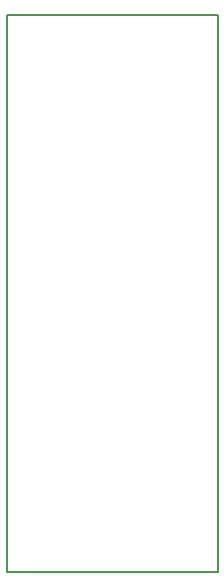
<source format=gm1>
G04 MADE WITH FRITZING*
G04 WWW.FRITZING.ORG*
G04 DOUBLE SIDED*
G04 HOLES PLATED*
G04 CONTOUR ON CENTER OF CONTOUR VECTOR*
%ASAXBY*%
%FSLAX23Y23*%
%MOIN*%
%OFA0B0*%
%SFA1.0B1.0*%
%ADD10R,0.711929X1.865470*%
%ADD11C,0.008000*%
%ADD10C,0.008*%
%LNCONTOUR*%
G90*
G70*
G54D10*
G54D11*
X4Y1861D02*
X708Y1861D01*
X708Y4D01*
X4Y4D01*
X4Y1861D01*
D02*
G04 End of contour*
M02*
</source>
